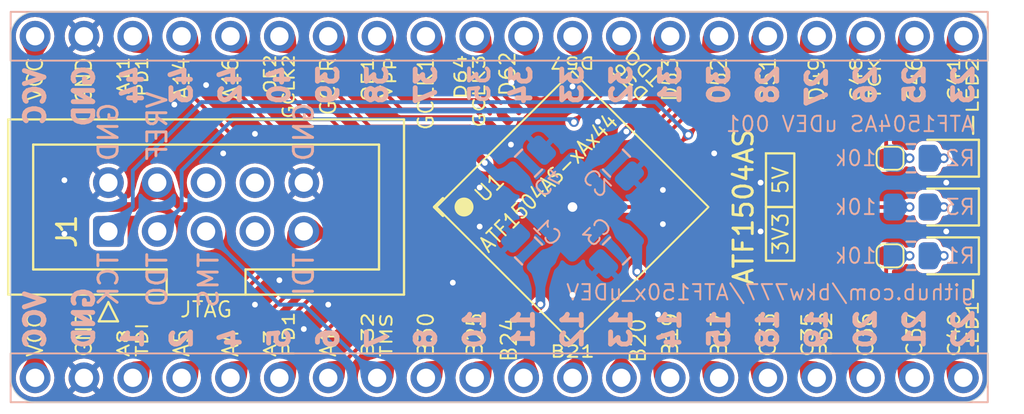
<source format=kicad_pcb>
(kicad_pcb (version 20240108) (generator "pcbnew") (generator_version "8.0")
  (title_block (title "ATF1504AS uDEV") (date "2024-06-01") (rev "001") (company "Brian K. White") (comment 1 "CC-BY-SA") (comment 2 "github.com/bkw777/ATF150x_uDEV"))
  (layers (0 "F.Cu" signal) (31 "B.Cu" signal) (34 "B.Paste" user) (35 "F.Paste" user) (36 "B.SilkS" user "B.Silkscreen") (37 "F.SilkS" user "F.Silkscreen") (38 "B.Mask" user) (39 "F.Mask" user) (44 "Edge.Cuts" user))
  (net 0 "")
  (net 1 "GND")
  (net 2 "VCC")
  (net 6 "Net-(JP1-B)")
  (net 7 "Net-(JP2-B)")
  (net 8 "/B21")
  (net 9 "/B30")
  (net 10 "/B24")
  (net 11 "/A1")
  (net 12 "/A5")
  (net 13 "/A3{slash}PD1")
  (net 14 "/B19")
  (net 15 "/OE1{slash}Vpp")
  (net 16 "/GCLK1")
  (net 17 "/GCLR")
  (net 18 "/A16")
  (net 19 "/A11")
  (net 20 "/OE2{slash}GCLK2")
  (net 21 "/A14")
  (net 22 "Net-(LED1-A)")
  (net 23 "Net-(LED2-A)")
  (net 24 "Net-(LED3-A)")
  (net 25 "/A8{slash}TDI")
  (net 26 "/B32{slash}TMS")
  (net 27 "/D56{slash}TDO")
  (net 28 "/C48{slash}TCK")
  (net 29 "/B20")
  (net 30 "/C40{slash}LED1")
  (net 31 "/C37")
  (net 32 "/C33")
  (net 33 "/B25")
  (net 34 "/C35{slash}PD2")
  (net 35 "/A4")
  (net 36 "/B17")
  (net 37 "/C36")
  (net 38 "/D57")
  (net 39 "/D53")
  (net 40 "/D52")
  (net 41 "/D62")
  (net 42 "/C41{slash}LED2")
  (net 43 "/D51")
  (net 44 "/D49")
  (net 45 "/D64{slash}GCLK3")
  (net 46 "/C46")
  (footprint "000_LOCAL:VQFP44" (layer "F.Cu") (at 144.78 100.33 45)
    (property "Reference" "U1" (at -2.334867 -3.771708 45) (layer "F.SilkS") (effects (font (size 0.8 0.8) (thickness 0.1))))
    (property "Value" "ATF1504AS-xAx44" (at 0 -1.778 45) (layer "F.SilkS") (effects (font (size 0.8 0.7) (thickness 0.1))))
    (pad "1" smd roundrect (at -5.75 -4 135) (size 0.4572 0.8636) (layers "F.Cu" "F.Paste" "F.Mask") (net 25 "/A8{slash}TDI"))
    (pad "2" smd roundrect (at -5.75 -3.2 135) (size 0.4572 0.8636) (layers "F.Cu" "F.Paste" "F.Mask") (net 12 "/A5"))
    (pad "3" smd roundrect (at -5.75 -2.4 135) (size 0.4572 0.8636) (layers "F.Cu" "F.Paste" "F.Mask") (net 35 "/A4"))
    (pad "4" smd roundrect (at -5.75 -1.6 135) (size 0.4572 0.8636) (layers "F.Cu" "F.Paste" "F.Mask") (net 1 "GND"))
    (pad "5" smd roundrect (at -5.75 -0.799999 135) (size 0.4572 0.8636) (layers "F.Cu" "F.Paste" "F.Mask") (net 13 "/A3{slash}PD1"))
    (pad "6" smd roundrect (at -5.75 0 135) (size 0.4572 0.8636) (layers "F.Cu" "F.Paste" "F.Mask") (net 11 "/A1"))
    (pad "7" smd roundrect (at -5.75 0.799999 135) (size 0.4572 0.8636) (layers "F.Cu" "F.Paste" "F.Mask") (net 26 "/B32{slash}TMS"))
    (pad "8" smd roundrect (at -5.75 1.6 135) (size 0.4572 0.8636) (layers "F.Cu" "F.Paste" "F.Mask") (net 9 "/B30"))
    (pad "9" smd roundrect (at -5.75 2.4 135) (size 0.4572 0.8636) (layers "F.Cu" "F.Paste" "F.Mask") (net 2 "VCC"))
    (pad "10" smd roundrect (at -5.75 3.2 135) (size 0.4572 0.8636) (layers "F.Cu" "F.Paste" "F.Mask") (net 33 "/B25"))
    (pad "11" smd roundrect (at -5.75 4 135) (size 0.4572 0.8636) (layers "F.Cu" "F.Paste" "F.Mask") (net 10 "/B24"))
    (pad "12" smd roundrect (at -4 5.75 45) (size 0.4572 0.8636) (layers "F.Cu" "F.Paste" "F.Mask") (net 8 "/B21"))
    (pad "13" smd roundrect (at -3.2 5.75 45) (size 0.4572 0.8636) (layers "F.Cu" "F.Paste" "F.Mask") (net 29 "/B20"))
    (pad "14" smd roundrect (at -2.4 5.75 45) (size 0.4572 0.8636) (layers "F.Cu" "F.Paste" "F.Mask") (net 14 "/B19"))
    (pad "15" smd roundrect (at -1.6 5.75 45) (size 0.4572 0.8636) (layers "F.Cu" "F.Paste" "F.Mask") (net 36 "/B17"))
    (pad "16" smd roundrect (at -0.799999 5.75 45) (size 0.4572 0.8636) (layers "F.Cu" "F.Paste" "F.Mask") (net 1 "GND"))
    (pad "17" smd roundrect (at 0 5.75 45) (size 0.4572 0.8636) (layers "F.Cu" "F.Paste" "F.Mask") (net 2 "VCC"))
    (pad "18" smd roundrect (at 0.799999 5.75 45) (size 0.4572 0.8636) (layers "F.Cu" "F.Paste" "F.Mask") (net 32 "/C33"))
    (pad "19" smd roundrect (at 1.6 5.75 45) (size 0.4572 0.8636) (layers "F.Cu" "F.Paste" "F.Mask") (net 34 "/C35{slash}PD2"))
    (pad "20" smd roundrect (at 2.4 5.75 45) (size 0.4572 0.8636) (layers "F.Cu" "F.Paste" "F.Mask") (net 37 "/C36"))
    (pad "21" smd roundrect (at 3.2 5.75 45) (size 0.4572 0.8636) (layers "F.Cu" "F.Paste" "F.Mask") (net 31 "/C37"))
    (pad "22" smd roundrect (at 4 5.75 45) (size 0.4572 0.8636) (layers "F.Cu" "F.Paste" "F.Mask") (net 30 "/C40{slash}LED1"))
    (pad "23" smd roundrect (at 5.75 4 135) (size 0.4572 0.8636) (layers "F.Cu" "F.Paste" "F.Mask") (net 42 "/C41{slash}LED2"))
    (pad "24" smd roundrect (at 5.75 3.2 135) (size 0.4572 0.8636) (layers "F.Cu" "F.Paste" "F.Mask") (net 1 "GND"))
    (pad "25" smd roundrect (at 5.75 2.4 135) (size 0.4572 0.8636) (layers "F.Cu" "F.Paste" "F.Mask") (net 46 "/C46"))
    (pad "26" smd roundrect (at 5.75 1.6 135) (size 0.4572 0.8636) (layers "F.Cu" "F.Paste" "F.Mask") (net 28 "/C48{slash}TCK"))
    (pad "27" smd roundrect (at 5.75 0.799999 135) (size 0.4572 0.8636) (layers "F.Cu" "F.Paste" "F.Mask") (net 44 "/D49"))
    (pad "28" smd roundrect (at 5.75 0 135) (size 0.4572 0.8636) (layers "F.Cu" "F.Paste" "F.Mask") (net 43 "/D51"))
    (pad "29" smd roundrect (at 5.75 -0.799999 135) (size 0.4572 0.8636) (layers "F.Cu" "F.Paste" "F.Mask") (net 2 "VCC"))
    (pad "30" smd roundrect (at 5.75 -1.6 135) (size 0.4572 0.8636) (layers "F.Cu" "F.Paste" "F.Mask") (net 40 "/D52"))
    (pad "31" smd roundrect (at 5.75 -2.4 135) (size 0.4572 0.8636) (layers "F.Cu" "F.Paste" "F.Mask") (net 39 "/D53"))
    (pad "32" smd roundrect (at 5.75 -3.2 135) (size 0.4572 0.8636) (layers "F.Cu" "F.Paste" "F.Mask") (net 27 "/D56{slash}TDO"))
    (pad "33" smd roundrect (at 5.75 -4 135) (size 0.4572 0.8636) (layers "F.Cu" "F.Paste" "F.Mask") (net 38 "/D57"))
    (pad "34" smd roundrect (at 4 -5.75 45) (size 0.4572 0.8636) (layers "F.Cu" "F.Paste" "F.Mask") (net 41 "/D62"))
    (pad "35" smd roundrect (at 3.2 -5.75 45) (size 0.4572 0.8636) (layers "F.Cu" "F.Paste" "F.Mask") (net 45 "/D64{slash}GCLK3"))
    (pad "36" smd roundrect (at 2.4 -5.75 45) (size 0.4572 0.8636) (layers "F.Cu" "F.Paste" "F.Mask") (net 1 "GND"))
    (pad "37" smd roundrect (at 1.6 -5.75 45) (size 0.4572 0.8636) (layers "F.Cu" "F.Paste" "F.Mask") (net 16 "/GCLK1"))
    (pad "38" smd roundrect (at 0.799999 -5.75 45) (size 0.4572 0.8636) (layers "F.Cu" "F.Paste" "F.Mask") (net 15 "/OE1{slash}Vpp"))
    (pad "39" smd roundrect (at 0 -5.75 45) (size 0.4572 0.8636) (layers "F.Cu" "F.Paste" "F.Mask") (net 17 "/GCLR"))
    (pad "40" smd roundrect (at -0.799999 -5.75 45) (size 0.4572 0.8636) (layers "F.Cu" "F.Paste" "F.Mask") (net 20 "/OE2{slash}GCLK2"))
    (pad "41" smd roundrect (at -1.6 -5.75 45) (size 0.4572 0.8636) (layers "F.Cu" "F.Paste" "F.Mask") (net 2 "VCC"))
    (pad "42" smd roundrect (at -2.4 -5.75 45) (size 0.4572 0.8636) (layers "F.Cu" "F.Paste" "F.Mask") (net 18 "/A16"))
    (pad "43" smd roundrect (at -3.2 -5.75 45) (size 0.4572 0.8636) (layers "F.Cu" "F.Paste" "F.Mask") (net 21 "/A14"))
    (pad "44" smd roundrect (at -4 -5.75 45) (size 0.4572 0.8636) (layers "F.Cu" "F.Paste" "F.Mask") (net 19 "/A11"))
  )
  (footprint "000_LOCAL:LED_0805" (layer "F.Cu") (at 164.224998 102.87 180)
    (property "Reference" "LED1" (hide yes))
    (property "Value" "GRN" (hide yes))
    (pad "1" smd roundrect (at -0.937501 0 180) (size 0.975 1.4) (layers "F.Cu" "F.Paste" "F.Mask") (net 1 "GND"))
    (pad "2" smd roundrect (at 0.937501 0 180) (size 0.975 1.4) (layers "F.Cu" "F.Paste" "F.Mask") (net 22 "Net-(LED1-A)"))
  )
  (footprint "000_LOCAL:LED_0805" (layer "F.Cu") (at 164.224998 100.33 180)
    (property "Reference" "LED3" (hide yes))
    (property "Value" "POWER" (hide yes))
    (pad "1" smd roundrect (at -0.937501 0 180) (size 0.975 1.4) (layers "F.Cu" "F.Paste" "F.Mask") (net 1 "GND"))
    (pad "2" smd roundrect (at 0.937501 0 180) (size 0.975 1.4) (layers "F.Cu" "F.Paste" "F.Mask") (net 24 "Net-(LED3-A)"))
  )
  (footprint "000_LOCAL:SolderJumper_1mm_2p_open" (layer "F.Cu") (at 161.29 102.87)
    (property "Reference" "JP1" (hide yes))
    (property "Value" "DNP")
    (pad "1" smd custom (at -0.349999 0) (size 0.5 0.5) (layers "F.Cu" "F.Mask") (net 30 "/C40{slash}LED1") (options (clearance outline) (anchor rect)) (primitives (gr_circle (center 0 0.25) (end 0.25 0.25) (width 0) (fill yes)) (gr_circle (center 0 -0.25) (end 0.25 -0.25) (width 0) (fill yes)) (gr_poly (pts (xy 0.25 0.5) (xy 0 0.5) (xy 0 -0.5) (xy 0.25 -0.5)) (width 0) (fill yes))))
    (pad "2" smd custom (at 0.349999 0 180) (size 0.5 0.5) (layers "F.Cu" "F.Mask") (net 6 "Net-(JP1-B)") (options (clearance outline) (anchor rect)) (primitives (gr_circle (center 0 0.25) (end 0.25 0.25) (width 0) (fill yes)) (gr_circle (center 0 -0.25) (end 0.25 -0.25) (width 0) (fill yes)) (gr_poly (pts (xy 0.25 0.5) (xy 0 0.5) (xy 0 -0.5) (xy 0.25 -0.5)) (width 0) (fill yes))))
  )
  (footprint "000_LOCAL:SolderJumper_1mm_2p_open" (layer "F.Cu") (at 161.29 97.79)
    (property "Reference" "JP2" (hide yes))
    (property "Value" "DNP")
    (pad "1" smd custom (at -0.349999 0) (size 0.5 0.5) (layers "F.Cu" "F.Mask") (net 42 "/C41{slash}LED2") (options (clearance outline) (anchor rect)) (primitives (gr_circle (center 0 0.25) (end 0.25 0.25) (width 0) (fill yes)) (gr_circle (center 0 -0.25) (end 0.25 -0.25) (width 0) (fill yes)) (gr_poly (pts (xy 0.25 0.5) (xy 0 0.5) (xy 0 -0.5) (xy 0.25 -0.5)) (width 0) (fill yes))))
    (pad "2" smd custom (at 0.349999 0 180) (size 0.5 0.5) (layers "F.Cu" "F.Mask") (net 7 "Net-(JP2-B)") (options (clearance outline) (anchor rect)) (primitives (gr_circle (center 0 0.25) (end 0.25 0.25) (width 0) (fill yes)) (gr_circle (center 0 -0.25) (end 0.25 -0.25) (width 0) (fill yes)) (gr_poly (pts (xy 0.25 0.5) (xy 0 0.5) (xy 0 -0.5) (xy 0.25 -0.5)) (width 0) (fill yes))))
  )
  (footprint "000_LOCAL:LED_0805" (layer "F.Cu") (at 164.224999 97.79 180)
    (property "Reference" "LED2" (hide yes))
    (property "Value" "GRN" (hide yes))
    (pad "1" smd roundrect (at -0.937501 0 180) (size 0.975 1.4) (layers "F.Cu" "F.Paste" "F.Mask") (net 1 "GND"))
    (pad "2" smd roundrect (at 0.937501 0 180) (size 0.975 1.4) (layers "F.Cu" "F.Paste" "F.Mask") (net 23 "Net-(LED2-A)"))
  )
  (footprint "000_LOCAL:IDC-Header_2x05_P2.54mm_Vertical" (layer "F.Cu") (at 120.65 101.6 90)
    (property "Reference" "J1" (at 0 -2.159001 90) (layer "F.SilkS"))
    (property "Value" "Conn_02x05_Odd_Even")
    (pad "1" thru_hole roundrect (at 0 0 90) (size 1.6 1.6) (drill 0.95) (layers "*.Cu" "*.Mask") (roundrect_rratio 0.15625) (net 28 "/C48{slash}TCK"))
    (pad "2" thru_hole circle (at 2.54 0 90) (size 1.6 1.6) (drill 0.95) (layers "*.Cu" "*.Mask") (net 1 "GND"))
    (pad "3" thru_hole circle (at 0 2.54 90) (size 1.6 1.6) (drill 0.95) (layers "*.Cu" "*.Mask") (net 27 "/D56{slash}TDO"))
    (pad "4" thru_hole circle (at 2.54 2.54 90) (size 1.6 1.6) (drill 0.95) (layers "*.Cu" "*.Mask") (net 2 "VCC"))
    (pad "5" thru_hole circle (at 0 5.079999 90) (size 1.6 1.6) (drill 0.95) (layers "*.Cu" "*.Mask") (net 26 "/B32{slash}TMS"))
    (pad "6" thru_hole circle (at 2.54 5.08 90) (size 1.6 1.6) (drill 0.95) (layers "*.Cu" "*.Mask"))
    (pad "7" thru_hole circle (at 0 7.62 90) (size 1.6 1.6) (drill 0.95) (layers "*.Cu" "*.Mask"))
    (pad "8" thru_hole circle (at 2.54 7.62 90) (size 1.6 1.6) (drill 0.95) (layers "*.Cu" "*.Mask"))
    (pad "9" thru_hole circle (at 0 10.16 90) (size 1.6 1.6) (drill 0.95) (layers "*.Cu" "*.Mask") (net 25 "/A8{slash}TDI"))
    (pad "10" thru_hole circle (at 2.54 10.16 90) (size 1.6 1.6) (drill 0.95) (layers "*.Cu" "*.Mask") (net 1 "GND"))
  )
  (footprint "000_LOCAL:C_0805" (layer "B.Cu") (at 147.066 102.616 -135)
    (property "Reference" "C3" (at 0 1.397 45) (layer "B.SilkS") (effects (font (size 0.8 0.8) (thickness 0.1)) (justify mirror)))
    (property "Value" "1u" (hide yes))
    (pad "1" smd roundrect (at -0.949999 0 225) (size 1 1.45) (layers "B.Cu" "B.Paste" "B.Mask") (net 2 "VCC"))
    (pad "2" smd roundrect (at 0.949999 0 225) (size 1 1.45) (layers "B.Cu" "B.Paste" "B.Mask") (net 1 "GND"))
  )
  (footprint "000_LOCAL:C_0805" (layer "B.Cu") (at 142.493999 98.044 45)
    (property "Reference" "C4" (at 0 1.397 -135) (layer "B.SilkS") (effects (font (size 0.8 0.8) (thickness 0.1)) (justify mirror)))
    (property "Value" "1u" (hide yes))
    (pad "1" smd roundrect (at -0.949999 0 45) (size 1 1.45) (layers "B.Cu" "B.Paste" "B.Mask") (net 2 "VCC"))
    (pad "2" smd roundrect (at 0.949999 0 45) (size 1 1.45) (layers "B.Cu" "B.Paste" "B.Mask") (net 1 "GND"))
  )
  (footprint "000_LOCAL:PinHeader_1x20_P2.54mm_Vertical" (layer "B.Cu") (at 116.84 91.44 -90)
    (property "Reference" "J3" (hide yes))
    (property "Value" "VERT")
    (pad "1" thru_hole circle (at 0 0 270) (size 1.6 1.6) (drill 0.95) (layers "*.Cu" "*.Mask") (net 2 "VCC"))
    (pad "2" thru_hole circle (at 0 -2.54 270) (size 1.6 1.6) (drill 0.95) (layers "*.Cu" "*.Mask") (net 1 "GND"))
    (pad "3" thru_hole circle (at 0 -5.08 270) (size 1.6 1.6) (drill 0.95) (layers "*.Cu" "*.Mask") (net 19 "/A11"))
    (pad "4" thru_hole circle (at 0 -7.62 270) (size 1.6 1.6) (drill 0.95) (layers "*.Cu" "*.Mask") (net 21 "/A14"))
    (pad "5" thru_hole circle (at 0 -10.16 270) (size 1.6 1.6) (drill 0.95) (layers "*.Cu" "*.Mask") (net 18 "/A16"))
    (pad "6" thru_hole circle (at 0 -12.7 270) (size 1.6 1.6) (drill 0.95) (layers "*.Cu" "*.Mask") (net 20 "/OE2{slash}GCLK2"))
    (pad "7" thru_hole circle (at 0 -15.24 270) (size 1.6 1.6) (drill 0.95) (layers "*.Cu" "*.Mask") (net 17 "/GCLR"))
    (pad "8" thru_hole circle (at 0 -17.78 270) (size 1.6 1.6) (drill 0.95) (layers "*.Cu" "*.Mask") (net 15 "/OE1{slash}Vpp"))
    (pad "9" thru_hole circle (at 0 -20.32 270) (size 1.6 1.6) (drill 0.95) (layers "*.Cu" "*.Mask") (net 16 "/GCLK1"))
    (pad "10" thru_hole circle (at 0 -22.86 270) (size 1.6 1.6) (drill 0.95) (layers "*.Cu" "*.Mask") (net 45 "/D64{slash}GCLK3"))
    (pad "11" thru_hole circle (at 0 -25.4 270) (size 1.6 1.6) (drill 0.95) (layers "*.Cu" "*.Mask") (net 41 "/D62"))
    (pad "12" thru_hole circle (at 0 -27.94 270) (size 1.6 1.6) (drill 0.95) (layers "*.Cu" "*.Mask") (net 38 "/D57"))
    (pad "13" thru_hole circle (at 0 -30.48 270) (size 1.6 1.6) (drill 0.95) (layers "*.Cu" "*.Mask") (net 27 "/D56{slash}TDO"))
    (pad "14" thru_hole circle (at 0 -33.02 270) (size 1.6 1.6) (drill 0.95) (layers "*.Cu" "*.Mask") (net 39 "/D53"))
    (pad "15" thru_hole circle (at 0 -35.56 270) (size 1.6 1.6) (drill 0.95) (layers "*.Cu" "*.Mask") (net 40 "/D52"))
    (pad "16" thru_hole circle (at 0 -38.1 270) (size 1.6 1.6) (drill 0.95) (layers "*.Cu" "*.Mask") (net 43 "/D51"))
    (pad "17" thru_hole circle (at 0 -40.64 270) (size 1.6 1.6) (drill 0.95) (layers "*.Cu" "*.Mask") (net 44 "/D49"))
    (pad "18" thru_hole circle (at 0 -43.18 270) (size 1.6 1.6) (drill 0.95) (layers "*.Cu" "*.Mask") (net 28 "/C48{slash}TCK"))
    (pad "19" thru_hole circle (at 0 -45.72 270) (size 1.6 1.6) (drill 0.95) (layers "*.Cu" "*.Mask") (net 46 "/C46"))
    (pad "20" thru_hole circle (at 0 -48.26 270) (size 1.6 1.6) (drill 0.95) (layers "*.Cu" "*.Mask") (net 42 "/C41{slash}LED2"))
  )
  (footprint "000_LOCAL:C_0805" (layer "B.Cu") (at 142.494 102.616 135)
    (property "Reference" "C1" (at 0 1.397 -45) (layer "B.SilkS") (effects (font (size 0.8 0.8) (thickness 0.1)) (justify mirror)))
    (property "Value" "1u" (hide yes))
    (pad "1" smd roundrect (at -0.949999 0 135) (size 1 1.45) (layers "B.Cu" "B.Paste" "B.Mask") (net 2 "VCC"))
    (pad "2" smd roundrect (at 0.949999 0 135) (size 1 1.45) (layers "B.Cu" "B.Paste" "B.Mask") (net 1 "GND"))
  )
  (footprint "000_LOCAL:PinHeader_1x20_P2.54mm_Vertical" (layer "B.Cu") (at 116.839998 109.22 -90)
    (property "Reference" "J2" (hide yes))
    (property "Value" "VERT")
    (pad "1" thru_hole circle (at 0 0 270) (size 1.6 1.6) (drill 0.95) (layers "*.Cu" "*.Mask") (net 2 "VCC"))
    (pad "2" thru_hole circle (at 0 -2.54 270) (size 1.6 1.6) (drill 0.95) (layers "*.Cu" "*.Mask") (net 1 "GND"))
    (pad "3" thru_hole circle (at 0 -5.08 270) (size 1.6 1.6) (drill 0.95) (layers "*.Cu" "*.Mask") (net 25 "/A8{slash}TDI"))
    (pad "4" thru_hole circle (at 0 -7.62 270) (size 1.6 1.6) (drill 0.95) (layers "*.Cu" "*.Mask") (net 12 "/A5"))
    (pad "5" thru_hole circle (at 0 -10.16 270) (size 1.6 1.6) (drill 0.95) (layers "*.Cu" "*.Mask") (net 35 "/A4"))
    (pad "6" thru_hole circle (at 0 -12.7 270) (size 1.6 1.6) (drill 0.95) (layers "*.Cu" "*.Mask") (net 13 "/A3{slash}PD1"))
    (pad "7" thru_hole circle (at 0 -15.24 270) (size 1.6 1.6) (drill 0.95) (layers "*.Cu" "*.Mask") (net 11 "/A1"))
    (pad "8" thru_hole circle (at 0 -17.78 270) (size 1.6 1.6) (drill 0.95) (layers "*.Cu" "*.Mask") (net 26 "/B32{slash}TMS"))
    (pad "9" thru_hole circle (at 0 -20.32 270) (size 1.6 1.6) (drill 0.95) (layers "*.Cu" "*.Mask") (net 9 "/B30"))
    (pad "10" thru_hole circle (at 0 -22.86 270) (size 1.6 1.6) (drill 0.95) (layers "*.Cu" "*.Mask") (net 33 "/B25"))
    (pad "11" thru_hole circle (at 0 -25.4 270) (size 1.6 1.6) (drill 0.95) (layers "*.Cu" "*.Mask") (net 10 "/B24"))
    (pad "12" thru_hole circle (at 0 -27.94 270) (size 1.6 1.6) (drill 0.95) (layers "*.Cu" "*.Mask") (net 8 "/B21"))
    (pad "13" thru_hole circle (at 0 -30.48 270) (size 1.6 1.6) (drill 0.95) (layers "*.Cu" "*.Mask") (net 29 "/B20"))
    (pad "14" thru_hole circle (at 0 -33.02 270) (size 1.6 1.6) (drill 0.95) (layers "*.Cu" "*.Mask") (net 14 "/B19"))
    (pad "15" thru_hole circle (at 0 -35.56 270) (size 1.6 1.6) (drill 0.95) (layers "*.Cu" "*.Mask") (net 36 "/B17"))
    (pad "16" thru_hole circle (at 0 -38.1 270) (size 1.6 1.6) (drill 0.95) (layers "*.Cu" "*.Mask") (net 32 "/C33"))
    (pad "17" thru_hole circle (at 0 -40.64 270) (size 1.6 1.6) (drill 0.95) (layers "*.Cu" "*.Mask") (net 34 "/C35{slash}PD2"))
    (pad "18" thru_hole circle (at 0 -43.18 270) (size 1.6 1.6) (drill 0.95) (layers "*.Cu" "*.Mask") (net 37 "/C36"))
    (pad "19" thru_hole circle (at 0 -45.72 270) (size 1.6 1.6) (drill 0.95) (layers "*.Cu" "*.Mask") (net 31 "/C37"))
    (pad "20" thru_hole circle (at 0 -48.26 270) (size 1.6 1.6) (drill 0.95) (layers "*.Cu" "*.Mask") (net 30 "/C40{slash}LED1"))
  )
  (footprint "000_LOCAL:C_0805" (layer "B.Cu") (at 147.066 98.044 -45)
    (property "Reference" "C2" (at 0 1.397 135) (layer "B.SilkS") (effects (font (size 0.8 0.8) (thickness 0.1)) (justify mirror)))
    (property "Value" "1u" (hide yes))
    (pad "1" smd roundrect (at -0.949999 0 315) (size 1 1.45) (layers "B.Cu" "B.Paste" "B.Mask") (net 2 "VCC"))
    (pad "2" smd roundrect (at 0.949999 0 315) (size 1 1.45) (layers "B.Cu" "B.Paste" "B.Mask") (net 1 "GND"))
  )
  (footprint "000_LOCAL:R_0805" (layer "B.Cu") (at 162.374997 100.33)
    (property "Reference" "R3" (at 1.709003 0 0) (layer "B.SilkS") (effects (font (size 0.8 0.8) (thickness 0.1)) (justify right mirror)))
    (property "Value" "10k" (at -1.719997 0 0) (layer "B.SilkS") (effects (font (size 0.8 0.8) (thickness 0.1)) (justify left mirror)))
    (pad "1" smd roundrect (at -0.9125 0) (size 1.025 1.4) (layers "B.Cu" "B.Paste" "B.Mask") (roundrect_rratio 0.243902) (net 2 "VCC"))
    (pad "2" smd roundrect (at 0.9125 0) (size 1.025 1.4) (layers "B.Cu" "B.Paste" "B.Mask") (roundrect_rratio 0.243902) (net 24 "Net-(LED3-A)"))
  )
  (footprint "000_LOCAL:R_0805" (layer "B.Cu") (at 162.374995 97.79)
    (property "Reference" "R2" (at 1.709005 0 0) (layer "B.SilkS") (effects (font (size 0.8 0.8) (thickness 0.1)) (justify right mirror)))
    (property "Value" "10k" (at -1.719995 0 0) (layer "B.SilkS") (effects (font (size 0.8 0.8) (thickness 0.1)) (justify left mirror)))
    (pad "1" smd roundrect (at -0.9125 0) (size 1.025 1.4) (layers "B.Cu" "B.Paste" "B.Mask") (roundrect_rratio 0.243902) (net 7 "Net-(JP2-B)"))
    (pad "2" smd roundrect (at 0.9125 0) (size 1.025 1.4) (layers "B.Cu" "B.Paste" "B.Mask") (roundrect_rratio 0.243902) (net 23 "Net-(LED2-A)"))
  )
  (footprint "000_LOCAL:R_0805" (layer "B.Cu") (at 162.374997 102.87)
    (property "Reference" "R1" (at 1.709003 0 0) (layer "B.SilkS") (effects (font (size 0.8 0.8) (thickness 0.1)) (justify right mirror)))
    (property "Value" "10k" (at -1.719997 0 0) (layer "B.SilkS") (effects (font (size 0.8 0.8) (thickness 0.1)) (justify left mirror)))
    (pad "1" smd roundrect (at -0.9125 0) (size 1.025 1.4) (layers "B.Cu" "B.Paste" "B.Mask") (roundrect_rratio 0.243902) (net 6 "Net-(JP1-B)"))
    (pad "2" smd roundrect (at 0.9125 0) (size 1.025 1.4) (layers "B.Cu" "B.Paste" "B.Mask") (roundrect_rratio 0.243902) (net 22 "Net-(LED1-A)"))
  )
  (gr_poly (pts (xy 144.769877 102.87) (xy 142.239999 100.329999) (xy 144.769878 97.79) (xy 147.319998 100.33)) (stroke (width 0.6)) (fill solid) (layer "B.Cu") (net 2))
  (gr_line (start 165.608 95.631) (end 165.608 96.52) (stroke (width 0.12)) (layer "F.SilkS"))
  (gr_line (start 165.607998 105.029) (end 165.607998 104.14) (stroke (width 0.12)) (layer "F.SilkS"))
  (gr_rect (start 154.8384 100.33) (end 156.3116 103.124) (stroke (width 0.12)) (fill none) (layer "F.SilkS"))
  (gr_rect (start 154.8384 97.536) (end 156.3116 100.33) (stroke (width 0.12)) (fill none) (layer "F.SilkS"))
  (gr_arc (start 166.370001 109.22) (mid 165.998026 110.118027) (end 165.099998 110.490001) (stroke (width 0.05)) (layer "Edge.Cuts"))
  (gr_line (start 115.569999 109.22) (end 115.569999 91.440001) (stroke (width 0.05)) (layer "Edge.Cuts"))
  (gr_line (start 116.84 90.169999) (end 165.099998 90.169999) (stroke (width 0.05)) (layer "Edge.Cuts"))
  (gr_arc (start 165.099998 90.169999) (mid 165.998024 90.541974) (end 166.369999 91.440001) (stroke (width 0.05)) (layer "Edge.Cuts"))
  (gr_line (start 166.369999 91.440001) (end 166.369999 109.22) (stroke (width 0.05)) (layer "Edge.Cuts"))
  (gr_arc (start 115.569999 91.439999) (mid 115.941973 90.541974) (end 116.839998 90.169999) (stroke (width 0.05)) (layer "Edge.Cuts"))
  (gr_line (start 165.099999 110.49) (end 116.839999 110.49) (stroke (width 0.05)) (layer "Edge.Cuts"))
  (gr_arc (start 116.84 110.490001) (mid 115.941972 110.118027) (end 115.569999 109.22) (stroke (width 0.05)) (layer "Edge.Cuts"))
  (gr_text "GND" (at 119.379998 107.822999 90) (layer "B.SilkS") (effects (font (size 1.016 1.016) (thickness 0.254)) (justify right mirror)))
  (gr_text "10" (at 139.7 107.822999 90) (layer "B.SilkS") (effects (font (size 1.016 1.016) (thickness 0.254)) (justify right mirror)))
  (gr_text "1" (at 121.92 107.823 90) (layer "B.SilkS") (effects (font (size 1.016 1.016) (thickness 0.254)) (justify right mirror)))
  (gr_text "22" (at 165.099998 107.822999 90) (layer "B.SilkS") (effects (font (size 1.016 1.016) (thickness 0.254)) (justify right mirror)))
  (gr_text "7" (at 134.62 107.823 90) (layer "B.SilkS") (effects (font (size 1.016 1.016) (thickness 0.254)) (justify right mirror)))
  (gr_text "14" (at 149.859998 107.823 90) (layer "B.SilkS") (effects (font (size 1.016 1.016) (thickness 0.254)) (justify right mirror)))
  (gr_text "13" (at 147.319998 107.823 90) (layer "B.SilkS") (effects (font (size 1.016 1.016) (thickness 0.254)) (justify right mirror)))
  (gr_text "12" (at 144.78 107.823 90) (layer "B.SilkS") (effects (font (size 1.016 1.016) (thickness 0.254)) (justify right mirror)))
  (gr_text "2" (at 124.46 107.823 90) (layer "B.SilkS") (effects (font (size 1.016 1.016) (thickness 0.254)) (justify right mirror)))
  (gr_text "5" (at 129.54 107.822999 90) (layer "B.SilkS") (effects (font (size 1.016 1.016) (thickness 0.254)) (justify right mirror)))
  (gr_text "8" (at 137.159998 107.823 90) (layer "B.SilkS") (effects (font (size 1.016 1.016) (thickness 0.254)) (justify right mirror)))
  (gr_text "18" (at 154.94 107.823 90) (layer "B.SilkS") (effects (font (size 1.016 1.016) (thickness 0.254)) (justify right mirror)))
  (gr_text "6" (at 132.08 107.823 90) (layer "B.SilkS") (effects (font (size 1.016 1.016) (thickness 0.254)) (justify right mirror)))
  (gr_text "19" (at 157.48 107.823 90) (layer "B.SilkS") (effects (font (size 1.016 1.016) (thickness 0.254)) (justify right mirror)))
  (gr_text "21" (at 162.56 107.822999 90) (layer "B.SilkS") (effects (font (size 1.016 1.016) (thickness 0.254)) (justify right mirror)))
  (gr_text "20" (at 160.019998 107.823 90) (layer "B.SilkS") (effects (font (size 1.016 1.016) (thickness 0.254)) (justify right mirror)))
  (gr_text "VCC" (at 116.84 107.822999 90) (layer "B.SilkS") (effects (font (size 1.016 1.016) (thickness 0.254)) (justify right mirror)))
  (gr_text "11" (at 142.239998 107.822999 90) (layer "B.SilkS") (effects (font (size 1.016 1.016) (thickness 0.254)) (justify right mirror)))
  (gr_text "15" (at 152.4 107.822999 90) (layer "B.SilkS") (effects (font (size 1.016 1.016) (thickness 0.254)) (justify right mirror)))
  (gr_text "43" (at 124.46 92.837 90) (layer "B.SilkS") (effects (font (size 1.016 1.016) (thickness 0.254)) (justify left mirror)))
  (gr_text "31" (at 149.859999 92.837 90) (layer "B.SilkS") (effects (font (size 1.016 1.016) (thickness 0.254)) (justify left mirror)))
  (gr_text "33" (at 144.779998 92.837 90) (layer "B.SilkS") (effects (font (size 1.016 1.016) (thickness 0.254)) (justify left mirror)))
  (gr_text "28" (at 154.939999 92.837 90) (layer "B.SilkS") (effects (font (size 1.016 1.016) (thickness 0.254)) (justify left mirror)))
  (gr_text "26" (at 160.019999 92.837 90) (layer "B.SilkS") (effects (font (size 1.016 1.016) (thickness 0.254)) (justify left mirror)))
  (gr_text "VCC" (at 116.84 92.964 90) (layer "B.SilkS") (effects (font (size 1.016 1.016) (thickness 0.254)) (justify left mirror)))
  (gr_text "GND" (at 119.379999 92.837 90) (layer "B.SilkS") (effects (font (size 1.016 1.016) (thickness 0.254)) (justify left mirror)))
  (gr_text "32" (at 147.319998 92.837 90) (layer "B.SilkS") (effects (font (size 1.016 1.016) (thickness 0.254)) (justify left mirror)))
  (gr_text "42" (at 126.999999 92.837 90) (layer "B.SilkS") (effects (font (size 1.016 1.016) (thickness 0.254)) (justify left mirror)))
  (gr_text "44" (at 121.919998 92.837001 90) (layer "B.SilkS") (effects (font (size 1.016 1.016) (thickness 0.254)) (justify left mirror)))
  (gr_text "27" (at 157.479999 92.964 90) (layer "B.SilkS") (effects (font (size 1.016 1.016) (thickness 0.254)) (justify left mirror)))
  (gr_text "30" (at 152.4 92.837 90) (layer "B.SilkS") (effects (font (size 1.016 1.016) (thickness 0.254)) (justify left mirror)))
  (gr_text "35" (at 139.954 92.837 90) (layer "B.SilkS") (effects (font (size 1.016 1.016) (thickness 0.2) (bold yes)) (justify left mirror)))
  (gr_text "34" (at 142.113 92.837 90) (layer "B.SilkS") (effects (font (size 1.016 1.016) (thickness 0.254)) (justify left mirror)))
  (gr_text "25" (at 162.559999 92.837 90) (layer "B.SilkS") (effects (font (size 1.016 1.016) (thickness 0.254)) (justify left mirror)))
  (gr_text "23" (at 165.099999 92.837 90) (layer "B.SilkS") (effects (font (size 1.016 1.016) (thickness 0.254)) (justify left mirror)))
  (gr_text "38" (at 134.62 92.837 90) (layer "B.SilkS") (effects (font (size 1.016 1.016) (thickness 0.254)) (justify left mirror)))
  (gr_text "40" (at 129.54 92.837 90) (layer "B.SilkS") (effects (font (size 1.016 1.016) (thickness 0.254)) (justify left mirror)))
  (gr_text "37" (at 137.159999 92.837 90) (layer "B.SilkS") (effects (font (size 1.016 1.016) (thickness 0.254)) (justify left mirror)))
  (gr_text "39" (at 132.079999 92.837 90) (layer "B.SilkS") (effects (font (size 1.016 1.016) (thickness 0.254)) (justify left mirror)))
  (gr_text "4" (at 126.999998 107.823 90) (layer "B.SilkS") (effects (font (size 1.016 1.016) (thickness 0.254)) (justify right mirror)))
  (gr_text "GND" (at 120.649999 98.044 90) (layer "B.SilkS") (effects (font (size 1 1)) (justify right mirror)))
  (gr_text "TMS" (at 125.856998 102.616 90) (layer "B.SilkS") (effects (font (size 1 1)) (justify left mirror)))
  (gr_text "TDO" (at 123.19 102.615999 90) (layer "B.SilkS") (effects (font (size 1 1)) (justify left mirror)))
  (gr_text "VREF" (at 123.19 98.044 90) (layer "B.SilkS") (effects (font (size 1 1)) (justify right mirror)))
  (gr_text "${COMMENT2}" (at 165.735 104.775 0) (layer "B.SilkS") (effects (font (size 0.8 0.8) (thickness 0.1)) (justify left mirror)))
  (gr_text "TCK" (at 120.649998 102.616 90) (layer "B.SilkS") (effects (font (size 1 1)) (justify left mirror)))
  (gr_text "TDI" (at 130.809998 102.616 90) (layer "B.SilkS") (effects (font (size 1 1)) (justify left mirror)))
  (gr_text "${TITLE} ${REVISION}" (at 165.735 96.012 0) (layer "B.SilkS") (effects (font (size 0.8 0.8) (thickness 0.1)) (justify left mirror)))
  (gr_text "GND" (at 130.809998 98.044 90) (layer "B.SilkS") (effects (font (size 1 1)) (justify right mirror)))
  (gr_text "VCC" (at 116.84 108.204 90) (layer "F.SilkS") (effects (font (size 0.8 0.8) (thickness 0.1)) (justify left)))
  (gr_text "C33" (at 154.939999 108.204 90) (layer "F.SilkS") (effects (font (size 0.8 0.8) (thickness 0.1)) (justify left)))
  (gr_text "B30" (at 137.159999 108.204 90) (layer "F.SilkS") (effects (font (size 0.8 0.8) (thickness 0.1)) (justify left)))
  (gr_text "A14" (at 124.46 92.456001 90) (layer "F.SilkS") (effects (font (size 0.8 0.8) (thickness 0.1)) (justify right)))
  (gr_text "GCLR" (at 132.079999 92.456001 90) (layer "F.SilkS") (effects (font (size 0.8 0.8) (thickness 0.1)) (justify right)))
  (gr_text "D64\nGCLK3" (at 139.446 92.329 90) (layer "F.SilkS") (effects (font (size 0.6 0.8) (thickness 0.1)) (justify right)))
  (gr_text "OE1\nVpp" (at 134.62 92.456 90) (layer "F.SilkS") (effects (font (size 0.6 0.8) (thickness 0.1)) (justify right)))
  (gr_text "OE2\nGCLK2" (at 129.54 92.329 90) (layer "F.SilkS") (effects (font (size 0.6 0.7) (thickness 0.1)) (justify right)))
  (gr_text "D53" (at 149.859998 92.456001 90) (layer "F.SilkS") (effects (font (size 0.8 0.8) (thickness 0.1)) (justify right)))
  (gr_text "B20" (at 148.1836 108.5088 90) (layer "F.SilkS") (effects (font (size 0.8 0.8) (thickness 0.1)) (justify left)))
  (gr_text "B32\nTMS" (at 134.619998 108.204 90) (layer "F.SilkS") (effects (font (size 0.6 0.8) (thickness 0.1)) (justify left)))
  (gr_text "B19" (at 149.859999 108.204 90) (layer "F.SilkS") (effects (font (size 0.8 0.8) (thickness 0.1)) (justify left)))
  (gr_text "C37" (at 162.56 108.204 90) (layer "F.SilkS") (effects (font (size 0.8 0.8) (thickness 0.1)) (justify left)))
  (gr_text "D62" (at 141.4018 92.1766 90) (layer "F.SilkS") (effects (font (size 0.8 0.8) (thickness 0.1)) (justify right)))
  (gr_text "C35\nPD2" (at 157.479998 108.204 90) (layer "F.SilkS") (effects (font (size 0.6 0.8) (thickness 0.1)) (justify left)))
  (gr_text "VCC" (at 116.839998 92.456001 90) (layer "F.SilkS") (effects (font (size 0.8 0.8) (thickness 0.1)) (justify right)))
  (gr_text "ATF1504AS" (at 153.669998 100.33 90) (layer "F.SilkS") (effects (font (size 1 1))))
  (gr_text "JTAG" (at 125.73 105.664 0) (layer "F.SilkS") (effects (font (size 0.8 0.8) (thickness 0.1))))
  (gr_text "A8\nTDI" (at 121.919998 108.204 90) (layer "F.SilkS") (effects (font (size 0.6 0.8) (thickness 0.1)) (justify left)))
  (gr_text "5V" (at 155.6004 98.933 90) (layer "F.SilkS") (effects (font (size 0.8 0.8) (thickness 0.1))))
  (gr_text "D57" (at 144.78 92.456 180) (layer "F.SilkS") (effects (font (size 0.6 0.8) (thickness 0.1)) (justify bottom)))
  (gr_text "A11\nPD1" (at 121.92 92.456 90) (layer "F.SilkS") (effects (font (size 0.6 0.7) (thickness 0.1)) (justify right)))
  (gr_text "A16" (at 126.999999 92.456001 90) (layer "F.SilkS") (effects (font (size 0.8 0.8) (thickness 0.1)) (justify right)))
  (gr_text "B25" (at 139.7 108.204 90) (layer "F.SilkS") (effects (font (size 0.8 0.8) (thickness 0.1)) (justify left)))
  (gr_text "C36" (at 160.019999 108.204 90) (layer "F.SilkS") (effects (font (size 0.8 0.8) (thickness 0.1)) (justify left)))
  (gr_text "GCLK1" (at 137.159998 92.456 90) (layer "F.SilkS") (effects (font (size 0.8 0.8) (thickness 0.1)) (justify right)))
  (gr_text "D56\nTDO" (at 147.2438 92.583 135) (layer "F.SilkS") (effects (font (size 0.6 0.8) (thickness 0.1)) (justify right)))
  (gr_text "GND" (at 119.379997 108.204 90) (layer "F.SilkS") (effects (font (size 0.8 0.8) (thickness 0.1)) (justify left)))
  (gr_text "B24" (at 141.477999 108.458 90) (layer "F.SilkS") (effects (font (size 0.8 0.8) (thickness 0.1)) (justify left)))
  (gr_text "3V3" (at 155.6004 101.727 90) (layer "F.SilkS") (effects (font (size 0.8 0.8) (thickness 0.1))))
  (gr_text "B21" (at 144.78 108.204 0) (layer "F.SilkS") (effects (font (size 0.6 0.8) (thickness 0.1)) (justify bottom)))
  (gr_text "A1" (at 132.079999 108.204 90) (layer "F.SilkS") (effects (font (size 0.8 0.8) (thickness 0.1)) (justify left)))
  (gr_text "C40\nLED1" (at 165.099997 108.204 90) (layer "F.SilkS") (effects (font (size 0.6 0.8) (thickness 0.1)) (justify left)))
  (gr_text "D49" (at 157.48 92.456 90) (layer "F.SilkS") (effects (font (size 0.8 0.8) (thickness 0.1)) (justify right)))
  (gr_text "C46" (at 162.559998 92.456001 90) (layer "F.SilkS") (effects (font (size 0.8 0.8) (thickness 0.1)) (justify right)))
  (gr_text "D52" (at 152.4 92.455999 90) (layer "F.SilkS") (effects (font (size 0.8 0.8) (thickness 0.1)) (justify right)))
  (gr_text "A4" (at 126.999999 108.204 90) (layer "F.SilkS") (effects (font (size 0.8 0.8) (thickness 0.1)) (justify left)))
  (gr_text "A5" (at 124.46 108.204 90) (layer "F.SilkS") (effects (font (size 0.8 0.8) (thickness 0.1)) (justify left)))
  (gr_text "C41\nLED2" (at 165.099999 92.456001 90) (layer "F.SilkS") (effects (font (size 0.6 0.8) (thickness 0.1)) (justify right)))
  (gr_text "D51" (at 154.939999 92.456001 90) (layer "F.SilkS") (effects (font (size 0.8 0.8) (thickness 0.1)) (justify right)))
  (gr_text "C48\nTCK" (at 160.019998 92.456 90) (layer "F.SilkS") (effects (font (size 0.6 0.8) (thickness 0.1)) (justify right)))
  (gr_text "GND" (at 119.379998 92.455999 90) (layer "F.SilkS") (effects (font (size 0.8 0.8) (thickness 0.1)) (justify right)))
  (gr_text "A3\nPD1" (at 129.54 108.204 90) (layer "F.SilkS") (effects (font (size 0.6 0.8) (thickness 0.1)) (justify left)))
  (gr_text "B17" (at 152.4 108.204 90) (layer "F.SilkS") (effects (font (size 0.8 0.8) (thickness 0.1)) (justify left)))
  (via (at 130.809998 106.68) (size 0.5) (drill 0.3) (layers "F.Cu" "B.Cu") (net 1))
  (via (at 144.779998 94.056199) (size 0.5) (drill 0.3) (layers "F.Cu" "B.Cu") (net 1))
  (via (at 146.1008 95.885) (size 0.5) (drill 0.3) (layers "F.Cu" "B.Cu") (net 1))
  (via (at 141.605 93.853) (size 0.5) (drill 0.3) (layers "F.Cu" "B.Cu") (net 1))
  (via (at 132.079999 105.41) (size 0.5) (drill 0.3) (layers "F.Cu" "B.Cu") (net 1))
  (via (at 152.146 97.536) (size 0.5) (drill 0.3) (layers "F.Cu" "B.Cu") (net 1))
  (via (at 139.954 99.314) (size 0.5) (drill 0.3) (layers "F.Cu" "B.Cu") (net 1))
  (via (at 154.559 99.06) (size 0.5) (drill 0.3) (layers "F.Cu" "B.Cu") (net 1))
  (via (at 139.954 101.346) (size 0.5) (drill 0.3) (layers "F.Cu" "B.Cu") (net 1))
  (via (at 149.225 105.918) (size 0.5) (drill 0.3) (layers "F.Cu" "B.Cu") (net 1))
  (via (at 144.78 104.902) (size 0.5) (drill 0.3) (layers "F.Cu" "B.Cu") (net 1))
  (via (at 138.556998 104.267001) (size 0.5) (drill 0.3) (layers "F.Cu" "B.Cu") (net 1))
  (via (at 125.729999 93.98) (size 0.5) (drill 0.3) (layers "F.Cu" "B.Cu") (net 1))
  (via (at 149.478998 99.440999) (size 0.5) (drill 0.3) (layers "F.Cu" "B.Cu") (net 1))
  (via (at 118.364 98.933) (size 0.5) (drill 0.3) (layers "F.Cu" "B.Cu") (net 1))
  (via (at 124.078998 94.996001) (size 0.5) (drill 0.3) (layers "F.Cu" "B.Cu") (net 1))
  (via (at 129.54 104.14) (size 0.5) (drill 0.3) (layers "F.Cu" "B.Cu") (net 1))
  (via (at 154.559 101.6) (size 0.5) (drill 0.3) (layers "F.Cu" "B.Cu") (net 1))
  (via (at 126.618997 97.536001) (size 0.5) (drill 0.3) (layers "F.Cu" "B.Cu") (net 1))
  (via (at 141.579598 97.078801) (size 0.5) (drill 0.3) (layers "F.Cu" "B.Cu") (net 1))
  (via (at 128.27 96.52) (size 0.5) (drill 0.3) (layers "F.Cu" "B.Cu") (net 1))
  (via (at 128.269999 105.41) (size 0.5) (drill 0.3) (layers "F.Cu" "B.Cu") (net 1))
  (via (at 164.210999 99.06) (size 0.5) (drill 0.3) (layers "F.Cu" "B.Cu") (net 1))
  (via (at 164.210998 101.6) (size 0.5) (drill 0.3) (layers "F.Cu" "B.Cu") (net 1))
  (via (at 118.364 101.727) (size 0.5) (drill 0.3) (layers "F.Cu" "B.Cu") (net 1))
  (via (at 149.478999 101.219) (size 0.5) (drill 0.3) (layers "F.Cu" "B.Cu") (net 1))
  (segment (start 143.111554 105.392556) (end 142.411189 106.09292) (width 0.5) (layer "F.Cu") (net 2))
  (segment (start 123.19 99.06) (end 121.92 100.33) (width 0.5) (layer "F.Cu") (net 2))
  (segment (start 147.579815 96.398815) (end 148.280176 95.698451) (width 0.5) (layer "F.Cu") (net 2))
  (segment (start 116.839998 100.838002) (end 117.348 100.33) (width 0.5) (layer "F.Cu") (net 2))
  (segment (start 116.839998 99.822002) (end 116.84 99.822) (width 0.5) (layer "F.Cu") (net 2))
  (segment (start 121.92 100.33) (end 117.348 100.33) (width 0.5) (layer "F.Cu") (net 2))
  (segment (start 144.78 100.33) (end 124.46 100.33) (width 0.5) (layer "F.Cu") (net 2))
  (segment (start 124.46 100.33) (end 123.19 99.06) (width 0.5) (layer "F.Cu") (net 2))
  (segment (start 140.219628 98.032371) (end 139.582765 97.395507) (width 0.5) (layer "F.Cu") (net 2))
  (segment (start 162.306 100.33) (end 144.78 100.33) (width 0.2) (layer "F.Cu") (net 2))
  (segment (start 116.839998 109.22) (end 116.839998 100.838002) (width 0.5) (layer "F.Cu") (net 2))
  (segment (start 116.84 99.822) (end 116.84 91.44) (width 0.5) (layer "F.Cu") (net 2))
  (segment (start 117.348 100.33) (end 116.84 99.822) (width 0.5) (layer "F.Cu") (net 2))
  (segment (start 116.839998 100.838002) (end 116.839998 99.822002) (width 0.5) (layer "F.Cu") (net 2))
  (segment (start 148.145499 103.6955) (end 148.845864 104.395864) (width 0.5) (layer "F.Cu") (net 2))
  (via (at 147.579815 96.398815) (size 0.5) (drill 0.3) (layers "F.Cu" "B.Cu") (net 2))
  (via (at 148.145499 103.6955) (size 0.5) (drill 0.3) (layers "F.Cu" "B.Cu") (net 2))
  (via (at 140.219628 98.032371) (size 0.5) (drill 0.3) (layers "F.Cu" "B.Cu") (net 2))
  (via (at 162.306 100.33) (size 0.5) (drill 0.3) (layers "F.Cu" "B.Cu") (net 2))
  (via (at 143.111554 105.392556) (size 0.5) (drill 0.3) (layers "F.Cu" "B.Cu") (net 2))
  (via (at 144.78 100.33) (size 1) (drill 0.5) (layers "F.Cu" "B.Cu") (net 2))
  (segment (start 146.394247 97.372249) (end 146.606379 97.372249) (width 0.5) (layer "B.Cu") (net 2))
  (segment (start 146.1235 100.33) (end 148.145498 102.351998) (width 0.5) (layer "B.Cu") (net 2))
  (segment (start 143.436498 100.330001) (end 141.822249 98.71575) (width 0.5) (layer "B.Cu") (net 2))
  (segment (start 144.78 100.33) (end 144.779999 101.673502) (width 0.5) (layer "B.Cu") (net 2))
  (segment (start 146.606379 97.372249) (end 147.579815 96.398815) (width 0.5) (layer "B.Cu") (net 2))
  (segment (start 161.462497 100.33) (end 162.306 100.33) (width 0.2) (layer "B.Cu") (net 2))
  (segment (start 140.903008 98.71575) (end 140.219628 98.032371) (width 0.5) (layer "B.Cu") (net 2))
  (segment (start 143.111555 103.341946) (end 143.165751 103.287751) (width 0.5) (layer "B.Cu") (net 2))
  (segment (start 148.145498 102.351998) (end 148.145499 103.6955) (width 0.5) (layer "B.Cu") (net 2))
  (segment (start 144.779998 98.986497) (end 146.394247 97.372249) (width 0.5) (layer "B.Cu") (net 2))
  (segment (start 141.822249 98.71575) (end 140.903008 98.71575) (width 0.5) (layer "B.Cu") (net 2))
  (segment (start 144.78 100.33) (end 144.779998 98.986497) (width 0.5) (layer "B.Cu") (net 2))
  (segment (start 143.111554 105.392556) (end 143.111555 103.341946) (width 0.5) (layer "B.Cu") (net 2))
  (segment (start 144.78 100.33) (end 146.1235 100.33) (width 0.5) (layer "B.Cu") (net 2))
  (segment (start 144.779999 101.673502) (end 143.165751 103.287751) (width 0.5) (layer "B.Cu") (net 2))
  (segment (start 144.78 100.33) (end 143.436498 100.330001) (width 0.5) (layer "B.Cu") (net 2))
  (segment (start 161.639999 102.87) (end 162.306 102.87) (width 0.2) (layer "F.Cu") (net 6))
  (via (at 162.306 102.87) (size 0.5) (drill 0.3) (layers "F.Cu" "B.Cu") (net 6))
  (segment (start 161.462497 102.87) (end 162.306 102.87) (width 0.2) (layer "B.Cu") (net 6))
  (segment (start 161.639999 97.79) (end 162.306 97.79) (width 0.2) (layer "F.Cu") (net 7))
  (via (at 162.306 97.79) (size 0.5) (drill 0.3) (layers "F.Cu" "B.Cu") (net 7))
  (segment (start 161.462495 97.79) (end 162.306 97.79) (width 0.2) (layer "B.Cu") (net 7))
  (segment (start 144.78 109.22) (end 144.78 108.461728) (width 0.2) (layer "F.Cu") (net 8))
  (segment (start 144.78 108.461728) (end 146.017437 107.224291) (width 0.2) (layer "F.Cu") (net 8))
  (segment (start 141.845507 105.527235) (end 139.752942 107.6198) (width 0.2) (layer "F.Cu") (net 9))
  (segment (start 139.752942 107.6198) (end 138.760198 107.619799) (width 0.2) (layer "F.Cu") (net 9))
  (segment (start 138.760198 107.619799) (end 137.159997 109.22) (width 0.2) (layer "F.Cu") (net 9))
  (segment (start 142.239999 108.526853) (end 143.542562 107.224291) (width 0.2) (layer "F.Cu") (net 10))
  (segment (start 142.239999 109.22) (end 142.239999 108.526853) (width 0.2) (layer "F.Cu") (net 10))
  (segment (start 140.714136 104.395864) (end 139.191999 105.918001) (width 0.2) (layer "F.Cu") (net 11))
  (segment (start 135.382 105.918) (end 132.079999 109.22) (width 0.2) (layer "F.Cu") (net 11))
  (segment (start 139.191999 105.918001) (end 135.382 105.918) (width 0.2) (layer "F.Cu") (net 11))
  (segment (start 127.380999 107.442) (end 131.952997 102.870001) (width 0.2) (layer "F.Cu") (net 12))
  (segment (start 137.714514 102.87) (end 138.451391 102.133122) (width 0.2) (layer "F.Cu") (net 12))
  (segment (start 126.237999 107.442) (end 127.380999 107.442) (width 0.2) (layer "F.Cu") (net 12))
  (segment (start 131.952997 102.870001) (end 137.714514 102.87) (width 0.2) (layer "F.Cu") (net 12))
  (segment (start 124.46 109.22) (end 126.237999 107.442) (width 0.2) (layer "F.Cu") (net 12))
  (segment (start 140.148448 103.830179) (end 138.949627 105.029) (width 0.2) (layer "F.Cu") (net 13))
  (segment (start 138.949627 105.029) (end 133.730999 105.029) (width 0.2) (layer "F.Cu") (net 13))
  (segment (start 133.730999 105.029) (end 129.539998 109.22) (width 0.2) (layer "F.Cu") (net 13))
  (segment (start 148.462998 107.823) (end 148.462998 107.407112) (width 0.2) (layer "F.Cu") (net 14))
  (segment (start 148.462998 107.407112) (end 147.148808 106.09292) (width 0.2) (layer "F.Cu") (net 14))
  (segment (start 149.859998 109.22) (end 148.462998 107.823) (width 0.2) (layer "F.Cu") (net 14))
  (segment (start 141.279821 95.698451) (end 139.942368 94.361001) (width 0.2) (layer "F.Cu") (net 15))
  (segment (start 137.541001 94.361) (end 134.619998 91.440001) (width 0.2) (layer "F.Cu") (net 15))
  (segment (start 139.942368 94.361001) (end 137.541001 94.361) (width 0.2) (layer "F.Cu") (net 15))
  (segment (start 134.619998 91.440001) (end 134.619998 91.440001) (width 0.2) (layer "F.Cu") (net 15))
  (segment (start 139.191999 93.472001) (end 137.159999 91.440001) (width 0.2) (layer "F.Cu") (net 16))
  (segment (start 140.18474 93.472) (end 139.191999 93.472001) (width 0.2) (layer "F.Cu") (net 16))
  (segment (start 141.845507 95.132765) (end 140.18474 93.472) (width 0.2) (layer "F.Cu") (net 16))
  (segment (start 135.89 95.25) (end 132.079998 91.44) (width 0.2) (layer "F.Cu") (net 17))
  (segment (start 139.7 95.25) (end 135.89 95.25) (width 0.2) (layer "F.Cu") (net 17))
  (segment (start 140.714136 96.264136) (end 139.7 95.25) (width 0.2) (layer "F.Cu") (net 17))
  (segment (start 127 91.44) (end 131.318 95.758) (width 0.2) (layer "F.Cu") (net 18))
  (segment (start 133.476999 97.028) (end 138.083886 97.028) (width 0.2) (layer "F.Cu") (net 18))
  (segment (start 131.318 95.758) (end 132.206999 95.758) (width 0.2) (layer "F.Cu") (net 18))
  (segment (start 138.083886 97.028) (end 139.01708 97.961192) (width 0.2) (layer "F.Cu") (net 18))
  (segment (start 132.206999 95.758) (end 133.476999 97.028) (width 0.2) (layer "F.Cu") (net 18))
  (segment (start 137.726144 98.933) (end 137.885709 99.092563) (width 0.2) (layer "F.Cu") (net 19))
  (segment (start 132.968999 98.933) (end 137.726144 98.933) (width 0.2) (layer "F.Cu") (net 19))
  (segment (start 131.572 97.536) (end 132.968999 98.933) (width 0.2) (layer "F.Cu") (net 19))
  (segment (start 121.919998 91.440001) (end 128.015998 97.536) (width 0.2) (layer "F.Cu") (net 19))
  (segment (start 128.015998 97.536) (end 131.572 97.536) (width 0.2) (layer "F.Cu") (net 19))
  (segment (start 139.457628 96.138999) (end 134.238999 96.138999) (width 0.2) (layer "F.Cu") (net 20))
  (segment (start 134.238999 96.138999) (end 129.54 91.44) (width 0.2) (layer "F.Cu") (net 20))
  (segment (start 140.14845 96.829822) (end 139.457628 96.138999) (width 0.2) (layer "F.Cu") (net 20))
  (segment (start 133.1595 97.917) (end 131.889498 96.647001) (width 0.2) (layer "F.Cu") (net 21))
  (segment (start 138.451393 98.526879) (end 137.841515 97.917) (width 0.2) (layer "F.Cu") (net 21))
  (segment (start 131.889498 96.647001) (end 129.667 96.646999) (width 0.2) (layer "F.Cu") (net 21))
  (segment (start 129.667 96.646999) (end 124.46 91.439999) (width 0.2) (layer "F.Cu") (net 21))
  (segment (start 137.841515 97.917) (end 133.1595 97.917) (width 0.2) (layer "F.Cu") (net 21))
  (segment (start 164.084 102.87) (end 163.287497 102.87) (width 0.2) (layer "F.Cu") (net 22))
  (via (at 164.084 102.87) (size 0.5) (drill 0.3) (layers "F.Cu" "B.Cu") (net 22))
  (segment (start 163.287497 102.87) (end 164.084 102.87) (width 0.2) (layer "B.Cu") (net 22))
  (segment (start 164.084 97.79) (end 163.287498 97.79) (width 0.2) (layer "F.Cu") (net 23))
  (via (at 164.084 97.79) (size 0.5) (drill 0.3) (layers "F.Cu" "B.Cu") (net 23))
  (segment (start 163.287495 97.79) (end 164.084 97.79) (width 0.2) (layer "B.Cu") (net 23))
  (segment (start 164.084 100.33) (end 163.287497 100.33) (width 0.2) (layer "F.Cu") (net 24))
  (via (at 164.084 100.33) (size 0.5) (drill 0.3) (layers "F.Cu" "B.Cu") (net 24))
  (segment (start 163.287497 100.33) (end 164.084 100.33) (width 0.2) (layer "B.Cu") (net 24))
  (segment (start 130.809998 101.599999) (end 124.967998 107.442001) (width 0.2) (layer "F.Cu") (net 25))
  (segment (start 124.967998 107.442001) (end 123.697999 107.442) (width 0.2) (layer "F.Cu") (net 25))
  (segment (start 137.726146 101.727) (end 130.936999 101.727001) (width 0.2) (layer "F.Cu") (net 25))
  (segment (start 123.697999 107.442) (end 121.92 109.22) (width 0.2) (layer "F.Cu") (net 25))
  (segment (start 137.885709 101.567437) (end 137.726146 101.727) (width 0.2) (layer "F.Cu") (net 25))
  (segment (start 130.936999 101.727001) (end 130.809998 101.599999) (width 0.2) (layer "F.Cu") (net 25))
  (segment (start 137.033001 106.807) (end 139.434368 106.807) (width 0.2) (layer "F.Cu") (net 26))
  (segment (start 139.434368 106.807) (end 141.279821 104.961549) (width 0.2) (layer "F.Cu") (net 26))
  (segment (start 134.62 109.22) (end 134.62 109.22) (width 0.2) (layer "F.Cu") (net 26))
  (segment (start 134.62 109.22) (end 137.033001 106.807) (width 0.2) (layer "F.Cu") (net 26))
  (segment (start 125.729998 101.6) (end 129.54 105.41) (width 0.2) (layer "B.Cu") (net 26))
  (segment (start 129.54 105.41) (end 130.809999 105.41) (width 0.2) (layer "B.Cu") (net 26))
  (segment (start 130.809999 105.41) (end 134.62 109.22) (width 0.2) (layer "B.Cu") (net 26))
  (segment (start 147.319997 93.264516) (end 147.319998 91.439999) (width 0.2) (layer "F.Cu") (net 27))
  (segment (start 146.58312 94.183478) (end 146.583119 94.001394) (width 0.2) (layer "F.Cu") (net 27))
  (segment (start 144.856199 95.9104) (end 146.58312 94.183478) (width 0.2) (layer "F.Cu") (net 27))
  (segment (start 147.319997 93.264516) (end 146.583119 94.001394) (width 0.2) (layer "F.Cu") (net 27))
  (via (at 144.856199 95.9104) (size 0.5) (drill 0.3) (layers "F.Cu" "B.Cu") (net 27))
  (segment (start 127.126998 95.758) (end 124.46 98.424999) (width 0.2) (layer "B.Cu") (net 27))
  (segment (start 124.46 100.33) (end 123.19 101.6) (width 0.2) (layer "B.Cu") (net 27))
  (segment (start 144.703799 95.758) (end 127.126998 95.758) (width 0.2) (layer "B.Cu") (net 27))
  (segment (start 124.46 98.424999) (end 124.46 100.33) (width 0.2) (layer "B.Cu") (net 27))
  (segment (start 144.856199 95.9104) (end 144.703799 95.758) (width 0.2) (layer "B.Cu") (net 27))
  (segment (start 150.800871 96.571871) (end 149.977235 97.395507) (width 0.2) (layer "F.Cu") (net 28))
  (segment (start 152.681541 94.6912) (end 156.768799 94.6912) (width 0.2) (layer "F.Cu") (net 28))
  (segment (start 156.768799 94.6912) (end 160.019999 91.440001) (width 0.2) (layer "F.Cu") (net 28))
  (segment (start 150.800871 96.571871) (end 152.681541 94.6912) (width 0.2) (layer "F.Cu") (net 28))
  (via (at 150.800871 96.571871) (size 0.5) (drill 0.3) (layers "F.Cu" "B.Cu") (net 28))
  (segment (start 125.476 94.869) (end 121.919998 98.425) (width 0.2) (layer "B.Cu") (net 28))
  (segment (start 121.92 100.33) (end 120.65 101.6) (width 0.2) (layer "B.Cu") (net 28))
  (segment (start 149.097998 94.869) (end 125.476 94.869) (width 0.2) (layer "B.Cu") (net 28))
  (segment (start 121.919998 98.425) (end 121.92 100.33) (width 0.2) (layer "B.Cu") (net 28))
  (segment (start 150.800871 96.571871) (end 149.097998 94.869) (width 0.2) (layer "B.Cu") (net 28))
  (segment (start 147.319997 109.22) (end 147.319998 107.395483) (width 0.2) (layer "F.Cu") (net 29))
  (segment (start 147.319998 107.395483) (end 146.583121 106.658607) (width 0.2) (layer "F.Cu") (net 29))
  (segment (start 160.940001 102.87) (end 152.976854 102.87) (width 0.2) (layer "F.Cu") (net 30))
  (segment (start 161.0868 103.016799) (end 160.940001 102.87) (width 0.2) (layer "F.Cu") (net 30))
  (segment (start 152.976854 102.87) (end 151.674291 101.567437) (width 0.2) (layer "F.Cu") (net 30))
  (segment (start 165.099999 109.22) (end 161.0868 105.206801) (width 0.2) (layer "F.Cu") (net 30))
  (segment (start 161.0868 105.206801) (end 161.0868 103.016799) (width 0.2) (layer "F.Cu") (net 30))
  (segment (start 154.766484 105.790999) (end 151.108606 102.133122) (width 0.2) (layer "F.Cu") (net 31))
  (segment (start 159.130998 105.791) (end 154.766484 105.790999) (width 0.2) (layer "F.Cu") (net 31))
  (segment (start 162.559998 109.22) (end 159.130998 105.791) (width 0.2) (layer "F.Cu") (net 31))
  (segment (start 154.939999 109.22) (end 154.801368 109.22) (width 0.2) (layer "F.Cu") (net 32))
  (segment (start 154.801368 109.22) (end 149.411549 103.830179) (width 0.2) (layer "F.Cu") (net 32))
  (segment (start 142.976878 106.658607) (end 142.794792 106.658606) (width 0.2) (layer "F.Cu") (net 33))
  (segment (start 141.757398 107.695999) (end 141.223999 107.695999) (width 0.2) (layer "F.Cu") (net 33))
  (segment (start 141.223999 107.695999) (end 139.699998 109.22) (width 0.2) (layer "F.Cu") (net 33))
  (segment (start 142.794792 106.658606) (end 141.757398 107.695999) (width 0.2) (layer "F.Cu") (net 33))
  (segment (start 154.281742 107.569) (end 149.977235 103.264493) (width 0.2) (layer "F.Cu") (net 34))
  (segment (start 157.48 109.22) (end 155.828999 107.568999) (width 0.2) (layer "F.Cu") (net 34))
  (segment (start 155.828999 107.568999) (end 154.281742 107.569) (width 0.2) (layer "F.Cu") (net 34))
  (segment (start 139.01708 102.698808) (end 137.956885 103.759001) (width 0.2) (layer "F.Cu") (net 35))
  (segment (start 132.460999 103.759) (end 126.999999 109.22) (width 0.2) (layer "F.Cu") (net 35))
  (segment (start 137.956885 103.759001) (end 132.460999 103.759) (width 0.2) (layer "F.Cu") (net 35))
  (segment (start 149.986998 106.807001) (end 152.399998 109.22) (width 0.2) (layer "F.Cu") (net 36))
  (segment (start 147.714493 105.527235) (end 148.994258 106.807) (width 0.2) (layer "F.Cu") (net 36))
  (segment (start 148.994258 106.807) (end 149.986998 106.807001) (width 0.2) (layer "F.Cu") (net 36))
  (segment (start 150.542919 102.698809) (end 154.524112 106.679999) (width 0.2) (layer "F.Cu") (net 37))
  (segment (start 154.524112 106.679999) (end 157.48 106.68) (width 0.2) (layer "F.Cu") (net 37))
  (segment (start 157.48 106.68) (end 160.019999 109.22) (width 0.2) (layer "F.Cu") (net 37))
  (segment (start 144.779998 92.19827) (end 146.017437 93.435709) (width 0.2) (layer "F.Cu") (net 38))
  (segment (start 144.779998 91.440001) (end 144.779998 92.19827) (width 0.2) (layer "F.Cu") (net 38))
  (segment (start 148.336 92.964) (end 148.336 93.379888) (width 0.2) (layer "F.Cu") (net 39))
  (segment (start 148.336 93.379888) (end 147.148808 94.56708) (width 0.2) (layer "F.Cu") (net 39))
  (segment (start 149.86 91.44) (end 148.336 92.964) (width 0.2) (layer "F.Cu") (net 39))
  (segment (start 148.867257 93.98) (end 147.714492 95.132765) (width 0.2) (layer "F.Cu") (net 40))
  (segment (start 152.4 91.44) (end 149.859999 93.98) (width 0.2) (layer "F.Cu") (net 40))
  (segment (start 149.859999 93.98) (end 148.867257 93.98) (width 0.2) (layer "F.Cu") (net 40))
  (segment (start 142.239999 92.133146) (end 142.239997 91.440001) (width 0.2) (layer "F.Cu") (net 41))
  (segment (start 143.542563 93.435709) (end 142.239999 92.133146) (width 0.2) (layer "F.Cu") (net 41))
  (segment (start 161.0868 97.643201) (end 160.940001 97.79) (width 0.2) (layer "F.Cu") (net 42))
  (segment (start 165.099997 91.440001) (end 161.0868 95.453198) (width 0.2) (layer "F.Cu") (net 42))
  (segment (start 152.976852 97.79) (end 151.67429 99.092563) (width 0.2) (layer "F.Cu") (net 42))
  (segment (start 161.0868 95.453198) (end 161.0868 97.643201) (width 0.2) (layer "F.Cu") (net 42))
  (segment (start 160.940001 97.79) (end 152.976852 97.79) (width 0.2) (layer "F.Cu") (net 42))
  (segment (start 154.939998 91.44) (end 153.339798 93.040199) (width 0.2) (layer "F.Cu") (net 43))
  (segment (start 152.0698 93.0402) (end 148.845864 96.264136) (width 0.2) (layer "F.Cu") (net 43))
  (segment (start 153.339798 93.040199) (end 152.0698 93.0402) (width 0.2) (layer "F.Cu") (net 43))
  (segment (start 155.066998 93.853001) (end 152.388369 93.853) (width 0.2) (layer "F.Cu") (net 44))
  (segment (start 152.388369 93.853) (end 149.411549 96.829821) (width 0.2) (layer "F.Cu") (net 44))
  (segment (start 157.479999 91.44) (end 155.066998 93.853001) (width 0.2) (layer "F.Cu") (net 44))
  (segment (start 142.794793 94.001394) (end 142.976878 94.001394) (width 0.2) (layer "F.Cu") (net 45))
  (segment (start 141.223999 92.964) (end 141.757399 92.964) (width 0.2) (layer "F.Cu") (net 45))
  (segment (start 139.7 91.44) (end 141.223999 92.964) (width 0.2) (layer "F.Cu") (net 45))
  (segment (start 141.757399 92.964) (end 142.794793 94.001394) (width 0.2) (layer "F.Cu") (net 45))
  (segment (start 152.97471 95.5294) (end 150.542917 97.961192) (width 0.2) (layer "F.Cu") (net 46))
  (segment (start 162.56 91.44) (end 158.4706 95.5294) (width 0.2) (layer "F.Cu") (net 46))
  (segment (start 158.4706 95.5294) (end 152.97471 95.5294) (width 0.2) (layer "F.Cu") (net 46))
  (zone (net 1) (net_name "GND") (layers "F&B.Cu") (connect_pads (clearance 0.2)) (min_thickness 0.2) (fill yes (thermal_gap 0.2) (thermal_bridge_width 0.3) (smoothing fillet) (radius 0.1))
    (polygon (pts (xy 115.57 90.17) (xy 166.369998 90.17) (xy 166.369999 110.49) (xy 115.569999 110.49)))
  )
)
</source>
